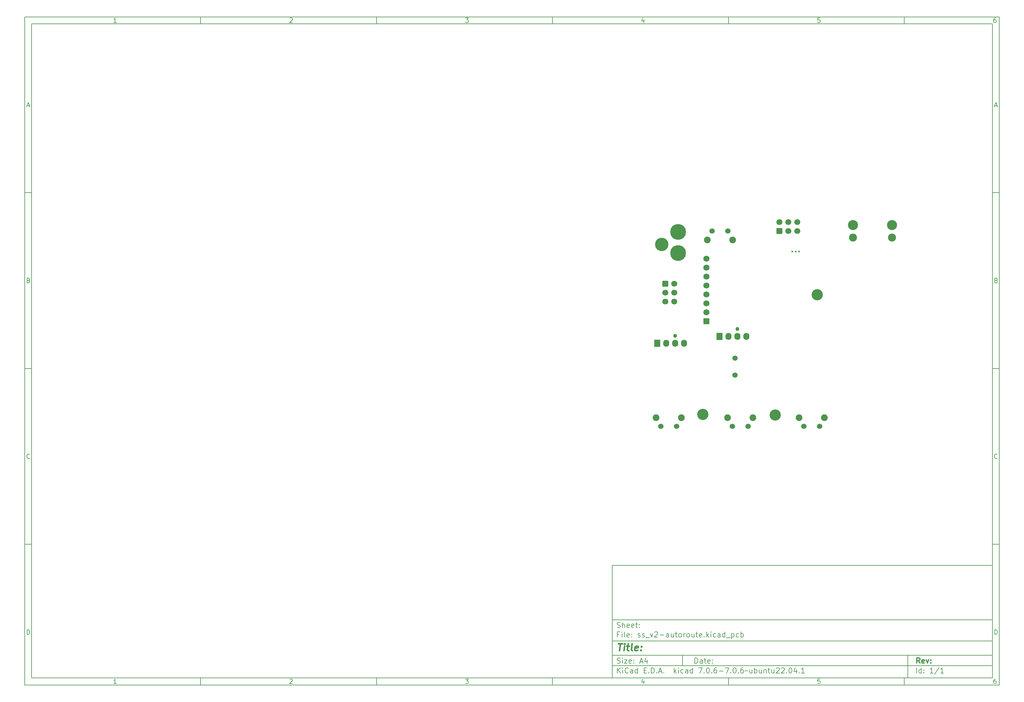
<source format=gbr>
%TF.GenerationSoftware,KiCad,Pcbnew,7.0.6-7.0.6~ubuntu22.04.1*%
%TF.CreationDate,2023-08-01T15:27:09+02:00*%
%TF.ProjectId,ss_v2-autoroute,73735f76-322d-4617-9574-6f726f757465,rev?*%
%TF.SameCoordinates,Original*%
%TF.FileFunction,Soldermask,Bot*%
%TF.FilePolarity,Negative*%
%FSLAX46Y46*%
G04 Gerber Fmt 4.6, Leading zero omitted, Abs format (unit mm)*
G04 Created by KiCad (PCBNEW 7.0.6-7.0.6~ubuntu22.04.1) date 2023-08-01 15:27:09*
%MOMM*%
%LPD*%
G01*
G04 APERTURE LIST*
G04 Aperture macros list*
%AMRoundRect*
0 Rectangle with rounded corners*
0 $1 Rounding radius*
0 $2 $3 $4 $5 $6 $7 $8 $9 X,Y pos of 4 corners*
0 Add a 4 corners polygon primitive as box body*
4,1,4,$2,$3,$4,$5,$6,$7,$8,$9,$2,$3,0*
0 Add four circle primitives for the rounded corners*
1,1,$1+$1,$2,$3*
1,1,$1+$1,$4,$5*
1,1,$1+$1,$6,$7*
1,1,$1+$1,$8,$9*
0 Add four rect primitives between the rounded corners*
20,1,$1+$1,$2,$3,$4,$5,0*
20,1,$1+$1,$4,$5,$6,$7,0*
20,1,$1+$1,$6,$7,$8,$9,0*
20,1,$1+$1,$8,$9,$2,$3,0*%
G04 Aperture macros list end*
%ADD10C,0.100000*%
%ADD11C,0.150000*%
%ADD12C,0.300000*%
%ADD13C,0.400000*%
%ADD14C,1.100000*%
%ADD15R,1.730000X2.030000*%
%ADD16O,1.730000X2.030000*%
%ADD17RoundRect,0.250000X-0.600000X-0.600000X0.600000X-0.600000X0.600000X0.600000X-0.600000X0.600000X0*%
%ADD18C,1.700000*%
%ADD19C,1.500000*%
%ADD20C,1.524000*%
%ADD21C,1.905000*%
%ADD22C,4.500000*%
%ADD23C,3.800000*%
%ADD24RoundRect,0.250000X0.600000X-0.600000X0.600000X0.600000X-0.600000X0.600000X-0.600000X-0.600000X0*%
%ADD25C,3.200000*%
%ADD26RoundRect,0.250000X0.620000X-0.620000X0.620000X0.620000X-0.620000X0.620000X-0.620000X-0.620000X0*%
%ADD27C,1.740000*%
%ADD28C,2.280000*%
%ADD29C,2.850000*%
%ADD30C,0.499999*%
G04 APERTURE END LIST*
D10*
D11*
X177002200Y-166007200D02*
X285002200Y-166007200D01*
X285002200Y-198007200D01*
X177002200Y-198007200D01*
X177002200Y-166007200D01*
D10*
D11*
X10000000Y-10000000D02*
X287002200Y-10000000D01*
X287002200Y-200007200D01*
X10000000Y-200007200D01*
X10000000Y-10000000D01*
D10*
D11*
X12000000Y-12000000D02*
X285002200Y-12000000D01*
X285002200Y-198007200D01*
X12000000Y-198007200D01*
X12000000Y-12000000D01*
D10*
D11*
X60000000Y-12000000D02*
X60000000Y-10000000D01*
D10*
D11*
X110000000Y-12000000D02*
X110000000Y-10000000D01*
D10*
D11*
X160000000Y-12000000D02*
X160000000Y-10000000D01*
D10*
D11*
X210000000Y-12000000D02*
X210000000Y-10000000D01*
D10*
D11*
X260000000Y-12000000D02*
X260000000Y-10000000D01*
D10*
D11*
X36089160Y-11593604D02*
X35346303Y-11593604D01*
X35717731Y-11593604D02*
X35717731Y-10293604D01*
X35717731Y-10293604D02*
X35593922Y-10479319D01*
X35593922Y-10479319D02*
X35470112Y-10603128D01*
X35470112Y-10603128D02*
X35346303Y-10665033D01*
D10*
D11*
X85346303Y-10417414D02*
X85408207Y-10355509D01*
X85408207Y-10355509D02*
X85532017Y-10293604D01*
X85532017Y-10293604D02*
X85841541Y-10293604D01*
X85841541Y-10293604D02*
X85965350Y-10355509D01*
X85965350Y-10355509D02*
X86027255Y-10417414D01*
X86027255Y-10417414D02*
X86089160Y-10541223D01*
X86089160Y-10541223D02*
X86089160Y-10665033D01*
X86089160Y-10665033D02*
X86027255Y-10850747D01*
X86027255Y-10850747D02*
X85284398Y-11593604D01*
X85284398Y-11593604D02*
X86089160Y-11593604D01*
D10*
D11*
X135284398Y-10293604D02*
X136089160Y-10293604D01*
X136089160Y-10293604D02*
X135655826Y-10788842D01*
X135655826Y-10788842D02*
X135841541Y-10788842D01*
X135841541Y-10788842D02*
X135965350Y-10850747D01*
X135965350Y-10850747D02*
X136027255Y-10912652D01*
X136027255Y-10912652D02*
X136089160Y-11036461D01*
X136089160Y-11036461D02*
X136089160Y-11345985D01*
X136089160Y-11345985D02*
X136027255Y-11469795D01*
X136027255Y-11469795D02*
X135965350Y-11531700D01*
X135965350Y-11531700D02*
X135841541Y-11593604D01*
X135841541Y-11593604D02*
X135470112Y-11593604D01*
X135470112Y-11593604D02*
X135346303Y-11531700D01*
X135346303Y-11531700D02*
X135284398Y-11469795D01*
D10*
D11*
X185965350Y-10726938D02*
X185965350Y-11593604D01*
X185655826Y-10231700D02*
X185346303Y-11160271D01*
X185346303Y-11160271D02*
X186151064Y-11160271D01*
D10*
D11*
X236027255Y-10293604D02*
X235408207Y-10293604D01*
X235408207Y-10293604D02*
X235346303Y-10912652D01*
X235346303Y-10912652D02*
X235408207Y-10850747D01*
X235408207Y-10850747D02*
X235532017Y-10788842D01*
X235532017Y-10788842D02*
X235841541Y-10788842D01*
X235841541Y-10788842D02*
X235965350Y-10850747D01*
X235965350Y-10850747D02*
X236027255Y-10912652D01*
X236027255Y-10912652D02*
X236089160Y-11036461D01*
X236089160Y-11036461D02*
X236089160Y-11345985D01*
X236089160Y-11345985D02*
X236027255Y-11469795D01*
X236027255Y-11469795D02*
X235965350Y-11531700D01*
X235965350Y-11531700D02*
X235841541Y-11593604D01*
X235841541Y-11593604D02*
X235532017Y-11593604D01*
X235532017Y-11593604D02*
X235408207Y-11531700D01*
X235408207Y-11531700D02*
X235346303Y-11469795D01*
D10*
D11*
X285965350Y-10293604D02*
X285717731Y-10293604D01*
X285717731Y-10293604D02*
X285593922Y-10355509D01*
X285593922Y-10355509D02*
X285532017Y-10417414D01*
X285532017Y-10417414D02*
X285408207Y-10603128D01*
X285408207Y-10603128D02*
X285346303Y-10850747D01*
X285346303Y-10850747D02*
X285346303Y-11345985D01*
X285346303Y-11345985D02*
X285408207Y-11469795D01*
X285408207Y-11469795D02*
X285470112Y-11531700D01*
X285470112Y-11531700D02*
X285593922Y-11593604D01*
X285593922Y-11593604D02*
X285841541Y-11593604D01*
X285841541Y-11593604D02*
X285965350Y-11531700D01*
X285965350Y-11531700D02*
X286027255Y-11469795D01*
X286027255Y-11469795D02*
X286089160Y-11345985D01*
X286089160Y-11345985D02*
X286089160Y-11036461D01*
X286089160Y-11036461D02*
X286027255Y-10912652D01*
X286027255Y-10912652D02*
X285965350Y-10850747D01*
X285965350Y-10850747D02*
X285841541Y-10788842D01*
X285841541Y-10788842D02*
X285593922Y-10788842D01*
X285593922Y-10788842D02*
X285470112Y-10850747D01*
X285470112Y-10850747D02*
X285408207Y-10912652D01*
X285408207Y-10912652D02*
X285346303Y-11036461D01*
D10*
D11*
X60000000Y-198007200D02*
X60000000Y-200007200D01*
D10*
D11*
X110000000Y-198007200D02*
X110000000Y-200007200D01*
D10*
D11*
X160000000Y-198007200D02*
X160000000Y-200007200D01*
D10*
D11*
X210000000Y-198007200D02*
X210000000Y-200007200D01*
D10*
D11*
X260000000Y-198007200D02*
X260000000Y-200007200D01*
D10*
D11*
X36089160Y-199600804D02*
X35346303Y-199600804D01*
X35717731Y-199600804D02*
X35717731Y-198300804D01*
X35717731Y-198300804D02*
X35593922Y-198486519D01*
X35593922Y-198486519D02*
X35470112Y-198610328D01*
X35470112Y-198610328D02*
X35346303Y-198672233D01*
D10*
D11*
X85346303Y-198424614D02*
X85408207Y-198362709D01*
X85408207Y-198362709D02*
X85532017Y-198300804D01*
X85532017Y-198300804D02*
X85841541Y-198300804D01*
X85841541Y-198300804D02*
X85965350Y-198362709D01*
X85965350Y-198362709D02*
X86027255Y-198424614D01*
X86027255Y-198424614D02*
X86089160Y-198548423D01*
X86089160Y-198548423D02*
X86089160Y-198672233D01*
X86089160Y-198672233D02*
X86027255Y-198857947D01*
X86027255Y-198857947D02*
X85284398Y-199600804D01*
X85284398Y-199600804D02*
X86089160Y-199600804D01*
D10*
D11*
X135284398Y-198300804D02*
X136089160Y-198300804D01*
X136089160Y-198300804D02*
X135655826Y-198796042D01*
X135655826Y-198796042D02*
X135841541Y-198796042D01*
X135841541Y-198796042D02*
X135965350Y-198857947D01*
X135965350Y-198857947D02*
X136027255Y-198919852D01*
X136027255Y-198919852D02*
X136089160Y-199043661D01*
X136089160Y-199043661D02*
X136089160Y-199353185D01*
X136089160Y-199353185D02*
X136027255Y-199476995D01*
X136027255Y-199476995D02*
X135965350Y-199538900D01*
X135965350Y-199538900D02*
X135841541Y-199600804D01*
X135841541Y-199600804D02*
X135470112Y-199600804D01*
X135470112Y-199600804D02*
X135346303Y-199538900D01*
X135346303Y-199538900D02*
X135284398Y-199476995D01*
D10*
D11*
X185965350Y-198734138D02*
X185965350Y-199600804D01*
X185655826Y-198238900D02*
X185346303Y-199167471D01*
X185346303Y-199167471D02*
X186151064Y-199167471D01*
D10*
D11*
X236027255Y-198300804D02*
X235408207Y-198300804D01*
X235408207Y-198300804D02*
X235346303Y-198919852D01*
X235346303Y-198919852D02*
X235408207Y-198857947D01*
X235408207Y-198857947D02*
X235532017Y-198796042D01*
X235532017Y-198796042D02*
X235841541Y-198796042D01*
X235841541Y-198796042D02*
X235965350Y-198857947D01*
X235965350Y-198857947D02*
X236027255Y-198919852D01*
X236027255Y-198919852D02*
X236089160Y-199043661D01*
X236089160Y-199043661D02*
X236089160Y-199353185D01*
X236089160Y-199353185D02*
X236027255Y-199476995D01*
X236027255Y-199476995D02*
X235965350Y-199538900D01*
X235965350Y-199538900D02*
X235841541Y-199600804D01*
X235841541Y-199600804D02*
X235532017Y-199600804D01*
X235532017Y-199600804D02*
X235408207Y-199538900D01*
X235408207Y-199538900D02*
X235346303Y-199476995D01*
D10*
D11*
X285965350Y-198300804D02*
X285717731Y-198300804D01*
X285717731Y-198300804D02*
X285593922Y-198362709D01*
X285593922Y-198362709D02*
X285532017Y-198424614D01*
X285532017Y-198424614D02*
X285408207Y-198610328D01*
X285408207Y-198610328D02*
X285346303Y-198857947D01*
X285346303Y-198857947D02*
X285346303Y-199353185D01*
X285346303Y-199353185D02*
X285408207Y-199476995D01*
X285408207Y-199476995D02*
X285470112Y-199538900D01*
X285470112Y-199538900D02*
X285593922Y-199600804D01*
X285593922Y-199600804D02*
X285841541Y-199600804D01*
X285841541Y-199600804D02*
X285965350Y-199538900D01*
X285965350Y-199538900D02*
X286027255Y-199476995D01*
X286027255Y-199476995D02*
X286089160Y-199353185D01*
X286089160Y-199353185D02*
X286089160Y-199043661D01*
X286089160Y-199043661D02*
X286027255Y-198919852D01*
X286027255Y-198919852D02*
X285965350Y-198857947D01*
X285965350Y-198857947D02*
X285841541Y-198796042D01*
X285841541Y-198796042D02*
X285593922Y-198796042D01*
X285593922Y-198796042D02*
X285470112Y-198857947D01*
X285470112Y-198857947D02*
X285408207Y-198919852D01*
X285408207Y-198919852D02*
X285346303Y-199043661D01*
D10*
D11*
X10000000Y-60000000D02*
X12000000Y-60000000D01*
D10*
D11*
X10000000Y-110000000D02*
X12000000Y-110000000D01*
D10*
D11*
X10000000Y-160000000D02*
X12000000Y-160000000D01*
D10*
D11*
X10690476Y-35222176D02*
X11309523Y-35222176D01*
X10566666Y-35593604D02*
X10999999Y-34293604D01*
X10999999Y-34293604D02*
X11433333Y-35593604D01*
D10*
D11*
X11092857Y-84912652D02*
X11278571Y-84974557D01*
X11278571Y-84974557D02*
X11340476Y-85036461D01*
X11340476Y-85036461D02*
X11402380Y-85160271D01*
X11402380Y-85160271D02*
X11402380Y-85345985D01*
X11402380Y-85345985D02*
X11340476Y-85469795D01*
X11340476Y-85469795D02*
X11278571Y-85531700D01*
X11278571Y-85531700D02*
X11154761Y-85593604D01*
X11154761Y-85593604D02*
X10659523Y-85593604D01*
X10659523Y-85593604D02*
X10659523Y-84293604D01*
X10659523Y-84293604D02*
X11092857Y-84293604D01*
X11092857Y-84293604D02*
X11216666Y-84355509D01*
X11216666Y-84355509D02*
X11278571Y-84417414D01*
X11278571Y-84417414D02*
X11340476Y-84541223D01*
X11340476Y-84541223D02*
X11340476Y-84665033D01*
X11340476Y-84665033D02*
X11278571Y-84788842D01*
X11278571Y-84788842D02*
X11216666Y-84850747D01*
X11216666Y-84850747D02*
X11092857Y-84912652D01*
X11092857Y-84912652D02*
X10659523Y-84912652D01*
D10*
D11*
X11402380Y-135469795D02*
X11340476Y-135531700D01*
X11340476Y-135531700D02*
X11154761Y-135593604D01*
X11154761Y-135593604D02*
X11030952Y-135593604D01*
X11030952Y-135593604D02*
X10845238Y-135531700D01*
X10845238Y-135531700D02*
X10721428Y-135407890D01*
X10721428Y-135407890D02*
X10659523Y-135284080D01*
X10659523Y-135284080D02*
X10597619Y-135036461D01*
X10597619Y-135036461D02*
X10597619Y-134850747D01*
X10597619Y-134850747D02*
X10659523Y-134603128D01*
X10659523Y-134603128D02*
X10721428Y-134479319D01*
X10721428Y-134479319D02*
X10845238Y-134355509D01*
X10845238Y-134355509D02*
X11030952Y-134293604D01*
X11030952Y-134293604D02*
X11154761Y-134293604D01*
X11154761Y-134293604D02*
X11340476Y-134355509D01*
X11340476Y-134355509D02*
X11402380Y-134417414D01*
D10*
D11*
X10659523Y-185593604D02*
X10659523Y-184293604D01*
X10659523Y-184293604D02*
X10969047Y-184293604D01*
X10969047Y-184293604D02*
X11154761Y-184355509D01*
X11154761Y-184355509D02*
X11278571Y-184479319D01*
X11278571Y-184479319D02*
X11340476Y-184603128D01*
X11340476Y-184603128D02*
X11402380Y-184850747D01*
X11402380Y-184850747D02*
X11402380Y-185036461D01*
X11402380Y-185036461D02*
X11340476Y-185284080D01*
X11340476Y-185284080D02*
X11278571Y-185407890D01*
X11278571Y-185407890D02*
X11154761Y-185531700D01*
X11154761Y-185531700D02*
X10969047Y-185593604D01*
X10969047Y-185593604D02*
X10659523Y-185593604D01*
D10*
D11*
X287002200Y-60000000D02*
X285002200Y-60000000D01*
D10*
D11*
X287002200Y-110000000D02*
X285002200Y-110000000D01*
D10*
D11*
X287002200Y-160000000D02*
X285002200Y-160000000D01*
D10*
D11*
X285692676Y-35222176D02*
X286311723Y-35222176D01*
X285568866Y-35593604D02*
X286002199Y-34293604D01*
X286002199Y-34293604D02*
X286435533Y-35593604D01*
D10*
D11*
X286095057Y-84912652D02*
X286280771Y-84974557D01*
X286280771Y-84974557D02*
X286342676Y-85036461D01*
X286342676Y-85036461D02*
X286404580Y-85160271D01*
X286404580Y-85160271D02*
X286404580Y-85345985D01*
X286404580Y-85345985D02*
X286342676Y-85469795D01*
X286342676Y-85469795D02*
X286280771Y-85531700D01*
X286280771Y-85531700D02*
X286156961Y-85593604D01*
X286156961Y-85593604D02*
X285661723Y-85593604D01*
X285661723Y-85593604D02*
X285661723Y-84293604D01*
X285661723Y-84293604D02*
X286095057Y-84293604D01*
X286095057Y-84293604D02*
X286218866Y-84355509D01*
X286218866Y-84355509D02*
X286280771Y-84417414D01*
X286280771Y-84417414D02*
X286342676Y-84541223D01*
X286342676Y-84541223D02*
X286342676Y-84665033D01*
X286342676Y-84665033D02*
X286280771Y-84788842D01*
X286280771Y-84788842D02*
X286218866Y-84850747D01*
X286218866Y-84850747D02*
X286095057Y-84912652D01*
X286095057Y-84912652D02*
X285661723Y-84912652D01*
D10*
D11*
X286404580Y-135469795D02*
X286342676Y-135531700D01*
X286342676Y-135531700D02*
X286156961Y-135593604D01*
X286156961Y-135593604D02*
X286033152Y-135593604D01*
X286033152Y-135593604D02*
X285847438Y-135531700D01*
X285847438Y-135531700D02*
X285723628Y-135407890D01*
X285723628Y-135407890D02*
X285661723Y-135284080D01*
X285661723Y-135284080D02*
X285599819Y-135036461D01*
X285599819Y-135036461D02*
X285599819Y-134850747D01*
X285599819Y-134850747D02*
X285661723Y-134603128D01*
X285661723Y-134603128D02*
X285723628Y-134479319D01*
X285723628Y-134479319D02*
X285847438Y-134355509D01*
X285847438Y-134355509D02*
X286033152Y-134293604D01*
X286033152Y-134293604D02*
X286156961Y-134293604D01*
X286156961Y-134293604D02*
X286342676Y-134355509D01*
X286342676Y-134355509D02*
X286404580Y-134417414D01*
D10*
D11*
X285661723Y-185593604D02*
X285661723Y-184293604D01*
X285661723Y-184293604D02*
X285971247Y-184293604D01*
X285971247Y-184293604D02*
X286156961Y-184355509D01*
X286156961Y-184355509D02*
X286280771Y-184479319D01*
X286280771Y-184479319D02*
X286342676Y-184603128D01*
X286342676Y-184603128D02*
X286404580Y-184850747D01*
X286404580Y-184850747D02*
X286404580Y-185036461D01*
X286404580Y-185036461D02*
X286342676Y-185284080D01*
X286342676Y-185284080D02*
X286280771Y-185407890D01*
X286280771Y-185407890D02*
X286156961Y-185531700D01*
X286156961Y-185531700D02*
X285971247Y-185593604D01*
X285971247Y-185593604D02*
X285661723Y-185593604D01*
D10*
D11*
X200458026Y-193793328D02*
X200458026Y-192293328D01*
X200458026Y-192293328D02*
X200815169Y-192293328D01*
X200815169Y-192293328D02*
X201029455Y-192364757D01*
X201029455Y-192364757D02*
X201172312Y-192507614D01*
X201172312Y-192507614D02*
X201243741Y-192650471D01*
X201243741Y-192650471D02*
X201315169Y-192936185D01*
X201315169Y-192936185D02*
X201315169Y-193150471D01*
X201315169Y-193150471D02*
X201243741Y-193436185D01*
X201243741Y-193436185D02*
X201172312Y-193579042D01*
X201172312Y-193579042D02*
X201029455Y-193721900D01*
X201029455Y-193721900D02*
X200815169Y-193793328D01*
X200815169Y-193793328D02*
X200458026Y-193793328D01*
X202600884Y-193793328D02*
X202600884Y-193007614D01*
X202600884Y-193007614D02*
X202529455Y-192864757D01*
X202529455Y-192864757D02*
X202386598Y-192793328D01*
X202386598Y-192793328D02*
X202100884Y-192793328D01*
X202100884Y-192793328D02*
X201958026Y-192864757D01*
X202600884Y-193721900D02*
X202458026Y-193793328D01*
X202458026Y-193793328D02*
X202100884Y-193793328D01*
X202100884Y-193793328D02*
X201958026Y-193721900D01*
X201958026Y-193721900D02*
X201886598Y-193579042D01*
X201886598Y-193579042D02*
X201886598Y-193436185D01*
X201886598Y-193436185D02*
X201958026Y-193293328D01*
X201958026Y-193293328D02*
X202100884Y-193221900D01*
X202100884Y-193221900D02*
X202458026Y-193221900D01*
X202458026Y-193221900D02*
X202600884Y-193150471D01*
X203100884Y-192793328D02*
X203672312Y-192793328D01*
X203315169Y-192293328D02*
X203315169Y-193579042D01*
X203315169Y-193579042D02*
X203386598Y-193721900D01*
X203386598Y-193721900D02*
X203529455Y-193793328D01*
X203529455Y-193793328D02*
X203672312Y-193793328D01*
X204743741Y-193721900D02*
X204600884Y-193793328D01*
X204600884Y-193793328D02*
X204315170Y-193793328D01*
X204315170Y-193793328D02*
X204172312Y-193721900D01*
X204172312Y-193721900D02*
X204100884Y-193579042D01*
X204100884Y-193579042D02*
X204100884Y-193007614D01*
X204100884Y-193007614D02*
X204172312Y-192864757D01*
X204172312Y-192864757D02*
X204315170Y-192793328D01*
X204315170Y-192793328D02*
X204600884Y-192793328D01*
X204600884Y-192793328D02*
X204743741Y-192864757D01*
X204743741Y-192864757D02*
X204815170Y-193007614D01*
X204815170Y-193007614D02*
X204815170Y-193150471D01*
X204815170Y-193150471D02*
X204100884Y-193293328D01*
X205458026Y-193650471D02*
X205529455Y-193721900D01*
X205529455Y-193721900D02*
X205458026Y-193793328D01*
X205458026Y-193793328D02*
X205386598Y-193721900D01*
X205386598Y-193721900D02*
X205458026Y-193650471D01*
X205458026Y-193650471D02*
X205458026Y-193793328D01*
X205458026Y-192864757D02*
X205529455Y-192936185D01*
X205529455Y-192936185D02*
X205458026Y-193007614D01*
X205458026Y-193007614D02*
X205386598Y-192936185D01*
X205386598Y-192936185D02*
X205458026Y-192864757D01*
X205458026Y-192864757D02*
X205458026Y-193007614D01*
D10*
D11*
X177002200Y-194507200D02*
X285002200Y-194507200D01*
D10*
D11*
X178458026Y-196593328D02*
X178458026Y-195093328D01*
X179315169Y-196593328D02*
X178672312Y-195736185D01*
X179315169Y-195093328D02*
X178458026Y-195950471D01*
X179958026Y-196593328D02*
X179958026Y-195593328D01*
X179958026Y-195093328D02*
X179886598Y-195164757D01*
X179886598Y-195164757D02*
X179958026Y-195236185D01*
X179958026Y-195236185D02*
X180029455Y-195164757D01*
X180029455Y-195164757D02*
X179958026Y-195093328D01*
X179958026Y-195093328D02*
X179958026Y-195236185D01*
X181529455Y-196450471D02*
X181458027Y-196521900D01*
X181458027Y-196521900D02*
X181243741Y-196593328D01*
X181243741Y-196593328D02*
X181100884Y-196593328D01*
X181100884Y-196593328D02*
X180886598Y-196521900D01*
X180886598Y-196521900D02*
X180743741Y-196379042D01*
X180743741Y-196379042D02*
X180672312Y-196236185D01*
X180672312Y-196236185D02*
X180600884Y-195950471D01*
X180600884Y-195950471D02*
X180600884Y-195736185D01*
X180600884Y-195736185D02*
X180672312Y-195450471D01*
X180672312Y-195450471D02*
X180743741Y-195307614D01*
X180743741Y-195307614D02*
X180886598Y-195164757D01*
X180886598Y-195164757D02*
X181100884Y-195093328D01*
X181100884Y-195093328D02*
X181243741Y-195093328D01*
X181243741Y-195093328D02*
X181458027Y-195164757D01*
X181458027Y-195164757D02*
X181529455Y-195236185D01*
X182815170Y-196593328D02*
X182815170Y-195807614D01*
X182815170Y-195807614D02*
X182743741Y-195664757D01*
X182743741Y-195664757D02*
X182600884Y-195593328D01*
X182600884Y-195593328D02*
X182315170Y-195593328D01*
X182315170Y-195593328D02*
X182172312Y-195664757D01*
X182815170Y-196521900D02*
X182672312Y-196593328D01*
X182672312Y-196593328D02*
X182315170Y-196593328D01*
X182315170Y-196593328D02*
X182172312Y-196521900D01*
X182172312Y-196521900D02*
X182100884Y-196379042D01*
X182100884Y-196379042D02*
X182100884Y-196236185D01*
X182100884Y-196236185D02*
X182172312Y-196093328D01*
X182172312Y-196093328D02*
X182315170Y-196021900D01*
X182315170Y-196021900D02*
X182672312Y-196021900D01*
X182672312Y-196021900D02*
X182815170Y-195950471D01*
X184172313Y-196593328D02*
X184172313Y-195093328D01*
X184172313Y-196521900D02*
X184029455Y-196593328D01*
X184029455Y-196593328D02*
X183743741Y-196593328D01*
X183743741Y-196593328D02*
X183600884Y-196521900D01*
X183600884Y-196521900D02*
X183529455Y-196450471D01*
X183529455Y-196450471D02*
X183458027Y-196307614D01*
X183458027Y-196307614D02*
X183458027Y-195879042D01*
X183458027Y-195879042D02*
X183529455Y-195736185D01*
X183529455Y-195736185D02*
X183600884Y-195664757D01*
X183600884Y-195664757D02*
X183743741Y-195593328D01*
X183743741Y-195593328D02*
X184029455Y-195593328D01*
X184029455Y-195593328D02*
X184172313Y-195664757D01*
X186029455Y-195807614D02*
X186529455Y-195807614D01*
X186743741Y-196593328D02*
X186029455Y-196593328D01*
X186029455Y-196593328D02*
X186029455Y-195093328D01*
X186029455Y-195093328D02*
X186743741Y-195093328D01*
X187386598Y-196450471D02*
X187458027Y-196521900D01*
X187458027Y-196521900D02*
X187386598Y-196593328D01*
X187386598Y-196593328D02*
X187315170Y-196521900D01*
X187315170Y-196521900D02*
X187386598Y-196450471D01*
X187386598Y-196450471D02*
X187386598Y-196593328D01*
X188100884Y-196593328D02*
X188100884Y-195093328D01*
X188100884Y-195093328D02*
X188458027Y-195093328D01*
X188458027Y-195093328D02*
X188672313Y-195164757D01*
X188672313Y-195164757D02*
X188815170Y-195307614D01*
X188815170Y-195307614D02*
X188886599Y-195450471D01*
X188886599Y-195450471D02*
X188958027Y-195736185D01*
X188958027Y-195736185D02*
X188958027Y-195950471D01*
X188958027Y-195950471D02*
X188886599Y-196236185D01*
X188886599Y-196236185D02*
X188815170Y-196379042D01*
X188815170Y-196379042D02*
X188672313Y-196521900D01*
X188672313Y-196521900D02*
X188458027Y-196593328D01*
X188458027Y-196593328D02*
X188100884Y-196593328D01*
X189600884Y-196450471D02*
X189672313Y-196521900D01*
X189672313Y-196521900D02*
X189600884Y-196593328D01*
X189600884Y-196593328D02*
X189529456Y-196521900D01*
X189529456Y-196521900D02*
X189600884Y-196450471D01*
X189600884Y-196450471D02*
X189600884Y-196593328D01*
X190243742Y-196164757D02*
X190958028Y-196164757D01*
X190100885Y-196593328D02*
X190600885Y-195093328D01*
X190600885Y-195093328D02*
X191100885Y-196593328D01*
X191600884Y-196450471D02*
X191672313Y-196521900D01*
X191672313Y-196521900D02*
X191600884Y-196593328D01*
X191600884Y-196593328D02*
X191529456Y-196521900D01*
X191529456Y-196521900D02*
X191600884Y-196450471D01*
X191600884Y-196450471D02*
X191600884Y-196593328D01*
X194600884Y-196593328D02*
X194600884Y-195093328D01*
X194743742Y-196021900D02*
X195172313Y-196593328D01*
X195172313Y-195593328D02*
X194600884Y-196164757D01*
X195815170Y-196593328D02*
X195815170Y-195593328D01*
X195815170Y-195093328D02*
X195743742Y-195164757D01*
X195743742Y-195164757D02*
X195815170Y-195236185D01*
X195815170Y-195236185D02*
X195886599Y-195164757D01*
X195886599Y-195164757D02*
X195815170Y-195093328D01*
X195815170Y-195093328D02*
X195815170Y-195236185D01*
X197172314Y-196521900D02*
X197029456Y-196593328D01*
X197029456Y-196593328D02*
X196743742Y-196593328D01*
X196743742Y-196593328D02*
X196600885Y-196521900D01*
X196600885Y-196521900D02*
X196529456Y-196450471D01*
X196529456Y-196450471D02*
X196458028Y-196307614D01*
X196458028Y-196307614D02*
X196458028Y-195879042D01*
X196458028Y-195879042D02*
X196529456Y-195736185D01*
X196529456Y-195736185D02*
X196600885Y-195664757D01*
X196600885Y-195664757D02*
X196743742Y-195593328D01*
X196743742Y-195593328D02*
X197029456Y-195593328D01*
X197029456Y-195593328D02*
X197172314Y-195664757D01*
X198458028Y-196593328D02*
X198458028Y-195807614D01*
X198458028Y-195807614D02*
X198386599Y-195664757D01*
X198386599Y-195664757D02*
X198243742Y-195593328D01*
X198243742Y-195593328D02*
X197958028Y-195593328D01*
X197958028Y-195593328D02*
X197815170Y-195664757D01*
X198458028Y-196521900D02*
X198315170Y-196593328D01*
X198315170Y-196593328D02*
X197958028Y-196593328D01*
X197958028Y-196593328D02*
X197815170Y-196521900D01*
X197815170Y-196521900D02*
X197743742Y-196379042D01*
X197743742Y-196379042D02*
X197743742Y-196236185D01*
X197743742Y-196236185D02*
X197815170Y-196093328D01*
X197815170Y-196093328D02*
X197958028Y-196021900D01*
X197958028Y-196021900D02*
X198315170Y-196021900D01*
X198315170Y-196021900D02*
X198458028Y-195950471D01*
X199815171Y-196593328D02*
X199815171Y-195093328D01*
X199815171Y-196521900D02*
X199672313Y-196593328D01*
X199672313Y-196593328D02*
X199386599Y-196593328D01*
X199386599Y-196593328D02*
X199243742Y-196521900D01*
X199243742Y-196521900D02*
X199172313Y-196450471D01*
X199172313Y-196450471D02*
X199100885Y-196307614D01*
X199100885Y-196307614D02*
X199100885Y-195879042D01*
X199100885Y-195879042D02*
X199172313Y-195736185D01*
X199172313Y-195736185D02*
X199243742Y-195664757D01*
X199243742Y-195664757D02*
X199386599Y-195593328D01*
X199386599Y-195593328D02*
X199672313Y-195593328D01*
X199672313Y-195593328D02*
X199815171Y-195664757D01*
X201529456Y-195093328D02*
X202529456Y-195093328D01*
X202529456Y-195093328D02*
X201886599Y-196593328D01*
X203100884Y-196450471D02*
X203172313Y-196521900D01*
X203172313Y-196521900D02*
X203100884Y-196593328D01*
X203100884Y-196593328D02*
X203029456Y-196521900D01*
X203029456Y-196521900D02*
X203100884Y-196450471D01*
X203100884Y-196450471D02*
X203100884Y-196593328D01*
X204100885Y-195093328D02*
X204243742Y-195093328D01*
X204243742Y-195093328D02*
X204386599Y-195164757D01*
X204386599Y-195164757D02*
X204458028Y-195236185D01*
X204458028Y-195236185D02*
X204529456Y-195379042D01*
X204529456Y-195379042D02*
X204600885Y-195664757D01*
X204600885Y-195664757D02*
X204600885Y-196021900D01*
X204600885Y-196021900D02*
X204529456Y-196307614D01*
X204529456Y-196307614D02*
X204458028Y-196450471D01*
X204458028Y-196450471D02*
X204386599Y-196521900D01*
X204386599Y-196521900D02*
X204243742Y-196593328D01*
X204243742Y-196593328D02*
X204100885Y-196593328D01*
X204100885Y-196593328D02*
X203958028Y-196521900D01*
X203958028Y-196521900D02*
X203886599Y-196450471D01*
X203886599Y-196450471D02*
X203815170Y-196307614D01*
X203815170Y-196307614D02*
X203743742Y-196021900D01*
X203743742Y-196021900D02*
X203743742Y-195664757D01*
X203743742Y-195664757D02*
X203815170Y-195379042D01*
X203815170Y-195379042D02*
X203886599Y-195236185D01*
X203886599Y-195236185D02*
X203958028Y-195164757D01*
X203958028Y-195164757D02*
X204100885Y-195093328D01*
X205243741Y-196450471D02*
X205315170Y-196521900D01*
X205315170Y-196521900D02*
X205243741Y-196593328D01*
X205243741Y-196593328D02*
X205172313Y-196521900D01*
X205172313Y-196521900D02*
X205243741Y-196450471D01*
X205243741Y-196450471D02*
X205243741Y-196593328D01*
X206600885Y-195093328D02*
X206315170Y-195093328D01*
X206315170Y-195093328D02*
X206172313Y-195164757D01*
X206172313Y-195164757D02*
X206100885Y-195236185D01*
X206100885Y-195236185D02*
X205958027Y-195450471D01*
X205958027Y-195450471D02*
X205886599Y-195736185D01*
X205886599Y-195736185D02*
X205886599Y-196307614D01*
X205886599Y-196307614D02*
X205958027Y-196450471D01*
X205958027Y-196450471D02*
X206029456Y-196521900D01*
X206029456Y-196521900D02*
X206172313Y-196593328D01*
X206172313Y-196593328D02*
X206458027Y-196593328D01*
X206458027Y-196593328D02*
X206600885Y-196521900D01*
X206600885Y-196521900D02*
X206672313Y-196450471D01*
X206672313Y-196450471D02*
X206743742Y-196307614D01*
X206743742Y-196307614D02*
X206743742Y-195950471D01*
X206743742Y-195950471D02*
X206672313Y-195807614D01*
X206672313Y-195807614D02*
X206600885Y-195736185D01*
X206600885Y-195736185D02*
X206458027Y-195664757D01*
X206458027Y-195664757D02*
X206172313Y-195664757D01*
X206172313Y-195664757D02*
X206029456Y-195736185D01*
X206029456Y-195736185D02*
X205958027Y-195807614D01*
X205958027Y-195807614D02*
X205886599Y-195950471D01*
X207386598Y-196021900D02*
X208529456Y-196021900D01*
X209100884Y-195093328D02*
X210100884Y-195093328D01*
X210100884Y-195093328D02*
X209458027Y-196593328D01*
X210672312Y-196450471D02*
X210743741Y-196521900D01*
X210743741Y-196521900D02*
X210672312Y-196593328D01*
X210672312Y-196593328D02*
X210600884Y-196521900D01*
X210600884Y-196521900D02*
X210672312Y-196450471D01*
X210672312Y-196450471D02*
X210672312Y-196593328D01*
X211672313Y-195093328D02*
X211815170Y-195093328D01*
X211815170Y-195093328D02*
X211958027Y-195164757D01*
X211958027Y-195164757D02*
X212029456Y-195236185D01*
X212029456Y-195236185D02*
X212100884Y-195379042D01*
X212100884Y-195379042D02*
X212172313Y-195664757D01*
X212172313Y-195664757D02*
X212172313Y-196021900D01*
X212172313Y-196021900D02*
X212100884Y-196307614D01*
X212100884Y-196307614D02*
X212029456Y-196450471D01*
X212029456Y-196450471D02*
X211958027Y-196521900D01*
X211958027Y-196521900D02*
X211815170Y-196593328D01*
X211815170Y-196593328D02*
X211672313Y-196593328D01*
X211672313Y-196593328D02*
X211529456Y-196521900D01*
X211529456Y-196521900D02*
X211458027Y-196450471D01*
X211458027Y-196450471D02*
X211386598Y-196307614D01*
X211386598Y-196307614D02*
X211315170Y-196021900D01*
X211315170Y-196021900D02*
X211315170Y-195664757D01*
X211315170Y-195664757D02*
X211386598Y-195379042D01*
X211386598Y-195379042D02*
X211458027Y-195236185D01*
X211458027Y-195236185D02*
X211529456Y-195164757D01*
X211529456Y-195164757D02*
X211672313Y-195093328D01*
X212815169Y-196450471D02*
X212886598Y-196521900D01*
X212886598Y-196521900D02*
X212815169Y-196593328D01*
X212815169Y-196593328D02*
X212743741Y-196521900D01*
X212743741Y-196521900D02*
X212815169Y-196450471D01*
X212815169Y-196450471D02*
X212815169Y-196593328D01*
X214172313Y-195093328D02*
X213886598Y-195093328D01*
X213886598Y-195093328D02*
X213743741Y-195164757D01*
X213743741Y-195164757D02*
X213672313Y-195236185D01*
X213672313Y-195236185D02*
X213529455Y-195450471D01*
X213529455Y-195450471D02*
X213458027Y-195736185D01*
X213458027Y-195736185D02*
X213458027Y-196307614D01*
X213458027Y-196307614D02*
X213529455Y-196450471D01*
X213529455Y-196450471D02*
X213600884Y-196521900D01*
X213600884Y-196521900D02*
X213743741Y-196593328D01*
X213743741Y-196593328D02*
X214029455Y-196593328D01*
X214029455Y-196593328D02*
X214172313Y-196521900D01*
X214172313Y-196521900D02*
X214243741Y-196450471D01*
X214243741Y-196450471D02*
X214315170Y-196307614D01*
X214315170Y-196307614D02*
X214315170Y-195950471D01*
X214315170Y-195950471D02*
X214243741Y-195807614D01*
X214243741Y-195807614D02*
X214172313Y-195736185D01*
X214172313Y-195736185D02*
X214029455Y-195664757D01*
X214029455Y-195664757D02*
X213743741Y-195664757D01*
X213743741Y-195664757D02*
X213600884Y-195736185D01*
X213600884Y-195736185D02*
X213529455Y-195807614D01*
X213529455Y-195807614D02*
X213458027Y-195950471D01*
X214743741Y-196021900D02*
X214815169Y-195950471D01*
X214815169Y-195950471D02*
X214958026Y-195879042D01*
X214958026Y-195879042D02*
X215243741Y-196021900D01*
X215243741Y-196021900D02*
X215386598Y-195950471D01*
X215386598Y-195950471D02*
X215458026Y-195879042D01*
X216672313Y-195593328D02*
X216672313Y-196593328D01*
X216029455Y-195593328D02*
X216029455Y-196379042D01*
X216029455Y-196379042D02*
X216100884Y-196521900D01*
X216100884Y-196521900D02*
X216243741Y-196593328D01*
X216243741Y-196593328D02*
X216458027Y-196593328D01*
X216458027Y-196593328D02*
X216600884Y-196521900D01*
X216600884Y-196521900D02*
X216672313Y-196450471D01*
X217386598Y-196593328D02*
X217386598Y-195093328D01*
X217386598Y-195664757D02*
X217529456Y-195593328D01*
X217529456Y-195593328D02*
X217815170Y-195593328D01*
X217815170Y-195593328D02*
X217958027Y-195664757D01*
X217958027Y-195664757D02*
X218029456Y-195736185D01*
X218029456Y-195736185D02*
X218100884Y-195879042D01*
X218100884Y-195879042D02*
X218100884Y-196307614D01*
X218100884Y-196307614D02*
X218029456Y-196450471D01*
X218029456Y-196450471D02*
X217958027Y-196521900D01*
X217958027Y-196521900D02*
X217815170Y-196593328D01*
X217815170Y-196593328D02*
X217529456Y-196593328D01*
X217529456Y-196593328D02*
X217386598Y-196521900D01*
X219386599Y-195593328D02*
X219386599Y-196593328D01*
X218743741Y-195593328D02*
X218743741Y-196379042D01*
X218743741Y-196379042D02*
X218815170Y-196521900D01*
X218815170Y-196521900D02*
X218958027Y-196593328D01*
X218958027Y-196593328D02*
X219172313Y-196593328D01*
X219172313Y-196593328D02*
X219315170Y-196521900D01*
X219315170Y-196521900D02*
X219386599Y-196450471D01*
X220100884Y-195593328D02*
X220100884Y-196593328D01*
X220100884Y-195736185D02*
X220172313Y-195664757D01*
X220172313Y-195664757D02*
X220315170Y-195593328D01*
X220315170Y-195593328D02*
X220529456Y-195593328D01*
X220529456Y-195593328D02*
X220672313Y-195664757D01*
X220672313Y-195664757D02*
X220743742Y-195807614D01*
X220743742Y-195807614D02*
X220743742Y-196593328D01*
X221243742Y-195593328D02*
X221815170Y-195593328D01*
X221458027Y-195093328D02*
X221458027Y-196379042D01*
X221458027Y-196379042D02*
X221529456Y-196521900D01*
X221529456Y-196521900D02*
X221672313Y-196593328D01*
X221672313Y-196593328D02*
X221815170Y-196593328D01*
X222958028Y-195593328D02*
X222958028Y-196593328D01*
X222315170Y-195593328D02*
X222315170Y-196379042D01*
X222315170Y-196379042D02*
X222386599Y-196521900D01*
X222386599Y-196521900D02*
X222529456Y-196593328D01*
X222529456Y-196593328D02*
X222743742Y-196593328D01*
X222743742Y-196593328D02*
X222886599Y-196521900D01*
X222886599Y-196521900D02*
X222958028Y-196450471D01*
X223600885Y-195236185D02*
X223672313Y-195164757D01*
X223672313Y-195164757D02*
X223815171Y-195093328D01*
X223815171Y-195093328D02*
X224172313Y-195093328D01*
X224172313Y-195093328D02*
X224315171Y-195164757D01*
X224315171Y-195164757D02*
X224386599Y-195236185D01*
X224386599Y-195236185D02*
X224458028Y-195379042D01*
X224458028Y-195379042D02*
X224458028Y-195521900D01*
X224458028Y-195521900D02*
X224386599Y-195736185D01*
X224386599Y-195736185D02*
X223529456Y-196593328D01*
X223529456Y-196593328D02*
X224458028Y-196593328D01*
X225029456Y-195236185D02*
X225100884Y-195164757D01*
X225100884Y-195164757D02*
X225243742Y-195093328D01*
X225243742Y-195093328D02*
X225600884Y-195093328D01*
X225600884Y-195093328D02*
X225743742Y-195164757D01*
X225743742Y-195164757D02*
X225815170Y-195236185D01*
X225815170Y-195236185D02*
X225886599Y-195379042D01*
X225886599Y-195379042D02*
X225886599Y-195521900D01*
X225886599Y-195521900D02*
X225815170Y-195736185D01*
X225815170Y-195736185D02*
X224958027Y-196593328D01*
X224958027Y-196593328D02*
X225886599Y-196593328D01*
X226529455Y-196450471D02*
X226600884Y-196521900D01*
X226600884Y-196521900D02*
X226529455Y-196593328D01*
X226529455Y-196593328D02*
X226458027Y-196521900D01*
X226458027Y-196521900D02*
X226529455Y-196450471D01*
X226529455Y-196450471D02*
X226529455Y-196593328D01*
X227529456Y-195093328D02*
X227672313Y-195093328D01*
X227672313Y-195093328D02*
X227815170Y-195164757D01*
X227815170Y-195164757D02*
X227886599Y-195236185D01*
X227886599Y-195236185D02*
X227958027Y-195379042D01*
X227958027Y-195379042D02*
X228029456Y-195664757D01*
X228029456Y-195664757D02*
X228029456Y-196021900D01*
X228029456Y-196021900D02*
X227958027Y-196307614D01*
X227958027Y-196307614D02*
X227886599Y-196450471D01*
X227886599Y-196450471D02*
X227815170Y-196521900D01*
X227815170Y-196521900D02*
X227672313Y-196593328D01*
X227672313Y-196593328D02*
X227529456Y-196593328D01*
X227529456Y-196593328D02*
X227386599Y-196521900D01*
X227386599Y-196521900D02*
X227315170Y-196450471D01*
X227315170Y-196450471D02*
X227243741Y-196307614D01*
X227243741Y-196307614D02*
X227172313Y-196021900D01*
X227172313Y-196021900D02*
X227172313Y-195664757D01*
X227172313Y-195664757D02*
X227243741Y-195379042D01*
X227243741Y-195379042D02*
X227315170Y-195236185D01*
X227315170Y-195236185D02*
X227386599Y-195164757D01*
X227386599Y-195164757D02*
X227529456Y-195093328D01*
X229315170Y-195593328D02*
X229315170Y-196593328D01*
X228958027Y-195021900D02*
X228600884Y-196093328D01*
X228600884Y-196093328D02*
X229529455Y-196093328D01*
X230100883Y-196450471D02*
X230172312Y-196521900D01*
X230172312Y-196521900D02*
X230100883Y-196593328D01*
X230100883Y-196593328D02*
X230029455Y-196521900D01*
X230029455Y-196521900D02*
X230100883Y-196450471D01*
X230100883Y-196450471D02*
X230100883Y-196593328D01*
X231600884Y-196593328D02*
X230743741Y-196593328D01*
X231172312Y-196593328D02*
X231172312Y-195093328D01*
X231172312Y-195093328D02*
X231029455Y-195307614D01*
X231029455Y-195307614D02*
X230886598Y-195450471D01*
X230886598Y-195450471D02*
X230743741Y-195521900D01*
D10*
D11*
X177002200Y-191507200D02*
X285002200Y-191507200D01*
D10*
D12*
X264413853Y-193785528D02*
X263913853Y-193071242D01*
X263556710Y-193785528D02*
X263556710Y-192285528D01*
X263556710Y-192285528D02*
X264128139Y-192285528D01*
X264128139Y-192285528D02*
X264270996Y-192356957D01*
X264270996Y-192356957D02*
X264342425Y-192428385D01*
X264342425Y-192428385D02*
X264413853Y-192571242D01*
X264413853Y-192571242D02*
X264413853Y-192785528D01*
X264413853Y-192785528D02*
X264342425Y-192928385D01*
X264342425Y-192928385D02*
X264270996Y-192999814D01*
X264270996Y-192999814D02*
X264128139Y-193071242D01*
X264128139Y-193071242D02*
X263556710Y-193071242D01*
X265628139Y-193714100D02*
X265485282Y-193785528D01*
X265485282Y-193785528D02*
X265199568Y-193785528D01*
X265199568Y-193785528D02*
X265056710Y-193714100D01*
X265056710Y-193714100D02*
X264985282Y-193571242D01*
X264985282Y-193571242D02*
X264985282Y-192999814D01*
X264985282Y-192999814D02*
X265056710Y-192856957D01*
X265056710Y-192856957D02*
X265199568Y-192785528D01*
X265199568Y-192785528D02*
X265485282Y-192785528D01*
X265485282Y-192785528D02*
X265628139Y-192856957D01*
X265628139Y-192856957D02*
X265699568Y-192999814D01*
X265699568Y-192999814D02*
X265699568Y-193142671D01*
X265699568Y-193142671D02*
X264985282Y-193285528D01*
X266199567Y-192785528D02*
X266556710Y-193785528D01*
X266556710Y-193785528D02*
X266913853Y-192785528D01*
X267485281Y-193642671D02*
X267556710Y-193714100D01*
X267556710Y-193714100D02*
X267485281Y-193785528D01*
X267485281Y-193785528D02*
X267413853Y-193714100D01*
X267413853Y-193714100D02*
X267485281Y-193642671D01*
X267485281Y-193642671D02*
X267485281Y-193785528D01*
X267485281Y-192856957D02*
X267556710Y-192928385D01*
X267556710Y-192928385D02*
X267485281Y-192999814D01*
X267485281Y-192999814D02*
X267413853Y-192928385D01*
X267413853Y-192928385D02*
X267485281Y-192856957D01*
X267485281Y-192856957D02*
X267485281Y-192999814D01*
D10*
D11*
X178386598Y-193721900D02*
X178600884Y-193793328D01*
X178600884Y-193793328D02*
X178958026Y-193793328D01*
X178958026Y-193793328D02*
X179100884Y-193721900D01*
X179100884Y-193721900D02*
X179172312Y-193650471D01*
X179172312Y-193650471D02*
X179243741Y-193507614D01*
X179243741Y-193507614D02*
X179243741Y-193364757D01*
X179243741Y-193364757D02*
X179172312Y-193221900D01*
X179172312Y-193221900D02*
X179100884Y-193150471D01*
X179100884Y-193150471D02*
X178958026Y-193079042D01*
X178958026Y-193079042D02*
X178672312Y-193007614D01*
X178672312Y-193007614D02*
X178529455Y-192936185D01*
X178529455Y-192936185D02*
X178458026Y-192864757D01*
X178458026Y-192864757D02*
X178386598Y-192721900D01*
X178386598Y-192721900D02*
X178386598Y-192579042D01*
X178386598Y-192579042D02*
X178458026Y-192436185D01*
X178458026Y-192436185D02*
X178529455Y-192364757D01*
X178529455Y-192364757D02*
X178672312Y-192293328D01*
X178672312Y-192293328D02*
X179029455Y-192293328D01*
X179029455Y-192293328D02*
X179243741Y-192364757D01*
X179886597Y-193793328D02*
X179886597Y-192793328D01*
X179886597Y-192293328D02*
X179815169Y-192364757D01*
X179815169Y-192364757D02*
X179886597Y-192436185D01*
X179886597Y-192436185D02*
X179958026Y-192364757D01*
X179958026Y-192364757D02*
X179886597Y-192293328D01*
X179886597Y-192293328D02*
X179886597Y-192436185D01*
X180458026Y-192793328D02*
X181243741Y-192793328D01*
X181243741Y-192793328D02*
X180458026Y-193793328D01*
X180458026Y-193793328D02*
X181243741Y-193793328D01*
X182386598Y-193721900D02*
X182243741Y-193793328D01*
X182243741Y-193793328D02*
X181958027Y-193793328D01*
X181958027Y-193793328D02*
X181815169Y-193721900D01*
X181815169Y-193721900D02*
X181743741Y-193579042D01*
X181743741Y-193579042D02*
X181743741Y-193007614D01*
X181743741Y-193007614D02*
X181815169Y-192864757D01*
X181815169Y-192864757D02*
X181958027Y-192793328D01*
X181958027Y-192793328D02*
X182243741Y-192793328D01*
X182243741Y-192793328D02*
X182386598Y-192864757D01*
X182386598Y-192864757D02*
X182458027Y-193007614D01*
X182458027Y-193007614D02*
X182458027Y-193150471D01*
X182458027Y-193150471D02*
X181743741Y-193293328D01*
X183100883Y-193650471D02*
X183172312Y-193721900D01*
X183172312Y-193721900D02*
X183100883Y-193793328D01*
X183100883Y-193793328D02*
X183029455Y-193721900D01*
X183029455Y-193721900D02*
X183100883Y-193650471D01*
X183100883Y-193650471D02*
X183100883Y-193793328D01*
X183100883Y-192864757D02*
X183172312Y-192936185D01*
X183172312Y-192936185D02*
X183100883Y-193007614D01*
X183100883Y-193007614D02*
X183029455Y-192936185D01*
X183029455Y-192936185D02*
X183100883Y-192864757D01*
X183100883Y-192864757D02*
X183100883Y-193007614D01*
X184886598Y-193364757D02*
X185600884Y-193364757D01*
X184743741Y-193793328D02*
X185243741Y-192293328D01*
X185243741Y-192293328D02*
X185743741Y-193793328D01*
X186886598Y-192793328D02*
X186886598Y-193793328D01*
X186529455Y-192221900D02*
X186172312Y-193293328D01*
X186172312Y-193293328D02*
X187100883Y-193293328D01*
D10*
D11*
X263458026Y-196593328D02*
X263458026Y-195093328D01*
X264815170Y-196593328D02*
X264815170Y-195093328D01*
X264815170Y-196521900D02*
X264672312Y-196593328D01*
X264672312Y-196593328D02*
X264386598Y-196593328D01*
X264386598Y-196593328D02*
X264243741Y-196521900D01*
X264243741Y-196521900D02*
X264172312Y-196450471D01*
X264172312Y-196450471D02*
X264100884Y-196307614D01*
X264100884Y-196307614D02*
X264100884Y-195879042D01*
X264100884Y-195879042D02*
X264172312Y-195736185D01*
X264172312Y-195736185D02*
X264243741Y-195664757D01*
X264243741Y-195664757D02*
X264386598Y-195593328D01*
X264386598Y-195593328D02*
X264672312Y-195593328D01*
X264672312Y-195593328D02*
X264815170Y-195664757D01*
X265529455Y-196450471D02*
X265600884Y-196521900D01*
X265600884Y-196521900D02*
X265529455Y-196593328D01*
X265529455Y-196593328D02*
X265458027Y-196521900D01*
X265458027Y-196521900D02*
X265529455Y-196450471D01*
X265529455Y-196450471D02*
X265529455Y-196593328D01*
X265529455Y-195664757D02*
X265600884Y-195736185D01*
X265600884Y-195736185D02*
X265529455Y-195807614D01*
X265529455Y-195807614D02*
X265458027Y-195736185D01*
X265458027Y-195736185D02*
X265529455Y-195664757D01*
X265529455Y-195664757D02*
X265529455Y-195807614D01*
X268172313Y-196593328D02*
X267315170Y-196593328D01*
X267743741Y-196593328D02*
X267743741Y-195093328D01*
X267743741Y-195093328D02*
X267600884Y-195307614D01*
X267600884Y-195307614D02*
X267458027Y-195450471D01*
X267458027Y-195450471D02*
X267315170Y-195521900D01*
X269886598Y-195021900D02*
X268600884Y-196950471D01*
X271172313Y-196593328D02*
X270315170Y-196593328D01*
X270743741Y-196593328D02*
X270743741Y-195093328D01*
X270743741Y-195093328D02*
X270600884Y-195307614D01*
X270600884Y-195307614D02*
X270458027Y-195450471D01*
X270458027Y-195450471D02*
X270315170Y-195521900D01*
D10*
D11*
X177002200Y-187507200D02*
X285002200Y-187507200D01*
D10*
D13*
X178693928Y-188211638D02*
X179836785Y-188211638D01*
X179015357Y-190211638D02*
X179265357Y-188211638D01*
X180253452Y-190211638D02*
X180420119Y-188878304D01*
X180503452Y-188211638D02*
X180396309Y-188306876D01*
X180396309Y-188306876D02*
X180479643Y-188402114D01*
X180479643Y-188402114D02*
X180586786Y-188306876D01*
X180586786Y-188306876D02*
X180503452Y-188211638D01*
X180503452Y-188211638D02*
X180479643Y-188402114D01*
X181086786Y-188878304D02*
X181848690Y-188878304D01*
X181455833Y-188211638D02*
X181241548Y-189925923D01*
X181241548Y-189925923D02*
X181312976Y-190116400D01*
X181312976Y-190116400D02*
X181491548Y-190211638D01*
X181491548Y-190211638D02*
X181682024Y-190211638D01*
X182634405Y-190211638D02*
X182455833Y-190116400D01*
X182455833Y-190116400D02*
X182384405Y-189925923D01*
X182384405Y-189925923D02*
X182598690Y-188211638D01*
X184170119Y-190116400D02*
X183967738Y-190211638D01*
X183967738Y-190211638D02*
X183586785Y-190211638D01*
X183586785Y-190211638D02*
X183408214Y-190116400D01*
X183408214Y-190116400D02*
X183336785Y-189925923D01*
X183336785Y-189925923D02*
X183432024Y-189164019D01*
X183432024Y-189164019D02*
X183551071Y-188973542D01*
X183551071Y-188973542D02*
X183753452Y-188878304D01*
X183753452Y-188878304D02*
X184134404Y-188878304D01*
X184134404Y-188878304D02*
X184312976Y-188973542D01*
X184312976Y-188973542D02*
X184384404Y-189164019D01*
X184384404Y-189164019D02*
X184360595Y-189354495D01*
X184360595Y-189354495D02*
X183384404Y-189544971D01*
X185134405Y-190021161D02*
X185217738Y-190116400D01*
X185217738Y-190116400D02*
X185110595Y-190211638D01*
X185110595Y-190211638D02*
X185027262Y-190116400D01*
X185027262Y-190116400D02*
X185134405Y-190021161D01*
X185134405Y-190021161D02*
X185110595Y-190211638D01*
X185265357Y-188973542D02*
X185348690Y-189068780D01*
X185348690Y-189068780D02*
X185241548Y-189164019D01*
X185241548Y-189164019D02*
X185158214Y-189068780D01*
X185158214Y-189068780D02*
X185265357Y-188973542D01*
X185265357Y-188973542D02*
X185241548Y-189164019D01*
D10*
D11*
X178958026Y-185607614D02*
X178458026Y-185607614D01*
X178458026Y-186393328D02*
X178458026Y-184893328D01*
X178458026Y-184893328D02*
X179172312Y-184893328D01*
X179743740Y-186393328D02*
X179743740Y-185393328D01*
X179743740Y-184893328D02*
X179672312Y-184964757D01*
X179672312Y-184964757D02*
X179743740Y-185036185D01*
X179743740Y-185036185D02*
X179815169Y-184964757D01*
X179815169Y-184964757D02*
X179743740Y-184893328D01*
X179743740Y-184893328D02*
X179743740Y-185036185D01*
X180672312Y-186393328D02*
X180529455Y-186321900D01*
X180529455Y-186321900D02*
X180458026Y-186179042D01*
X180458026Y-186179042D02*
X180458026Y-184893328D01*
X181815169Y-186321900D02*
X181672312Y-186393328D01*
X181672312Y-186393328D02*
X181386598Y-186393328D01*
X181386598Y-186393328D02*
X181243740Y-186321900D01*
X181243740Y-186321900D02*
X181172312Y-186179042D01*
X181172312Y-186179042D02*
X181172312Y-185607614D01*
X181172312Y-185607614D02*
X181243740Y-185464757D01*
X181243740Y-185464757D02*
X181386598Y-185393328D01*
X181386598Y-185393328D02*
X181672312Y-185393328D01*
X181672312Y-185393328D02*
X181815169Y-185464757D01*
X181815169Y-185464757D02*
X181886598Y-185607614D01*
X181886598Y-185607614D02*
X181886598Y-185750471D01*
X181886598Y-185750471D02*
X181172312Y-185893328D01*
X182529454Y-186250471D02*
X182600883Y-186321900D01*
X182600883Y-186321900D02*
X182529454Y-186393328D01*
X182529454Y-186393328D02*
X182458026Y-186321900D01*
X182458026Y-186321900D02*
X182529454Y-186250471D01*
X182529454Y-186250471D02*
X182529454Y-186393328D01*
X182529454Y-185464757D02*
X182600883Y-185536185D01*
X182600883Y-185536185D02*
X182529454Y-185607614D01*
X182529454Y-185607614D02*
X182458026Y-185536185D01*
X182458026Y-185536185D02*
X182529454Y-185464757D01*
X182529454Y-185464757D02*
X182529454Y-185607614D01*
X184315169Y-186321900D02*
X184458026Y-186393328D01*
X184458026Y-186393328D02*
X184743740Y-186393328D01*
X184743740Y-186393328D02*
X184886597Y-186321900D01*
X184886597Y-186321900D02*
X184958026Y-186179042D01*
X184958026Y-186179042D02*
X184958026Y-186107614D01*
X184958026Y-186107614D02*
X184886597Y-185964757D01*
X184886597Y-185964757D02*
X184743740Y-185893328D01*
X184743740Y-185893328D02*
X184529455Y-185893328D01*
X184529455Y-185893328D02*
X184386597Y-185821900D01*
X184386597Y-185821900D02*
X184315169Y-185679042D01*
X184315169Y-185679042D02*
X184315169Y-185607614D01*
X184315169Y-185607614D02*
X184386597Y-185464757D01*
X184386597Y-185464757D02*
X184529455Y-185393328D01*
X184529455Y-185393328D02*
X184743740Y-185393328D01*
X184743740Y-185393328D02*
X184886597Y-185464757D01*
X185529455Y-186321900D02*
X185672312Y-186393328D01*
X185672312Y-186393328D02*
X185958026Y-186393328D01*
X185958026Y-186393328D02*
X186100883Y-186321900D01*
X186100883Y-186321900D02*
X186172312Y-186179042D01*
X186172312Y-186179042D02*
X186172312Y-186107614D01*
X186172312Y-186107614D02*
X186100883Y-185964757D01*
X186100883Y-185964757D02*
X185958026Y-185893328D01*
X185958026Y-185893328D02*
X185743741Y-185893328D01*
X185743741Y-185893328D02*
X185600883Y-185821900D01*
X185600883Y-185821900D02*
X185529455Y-185679042D01*
X185529455Y-185679042D02*
X185529455Y-185607614D01*
X185529455Y-185607614D02*
X185600883Y-185464757D01*
X185600883Y-185464757D02*
X185743741Y-185393328D01*
X185743741Y-185393328D02*
X185958026Y-185393328D01*
X185958026Y-185393328D02*
X186100883Y-185464757D01*
X186458027Y-186536185D02*
X187600884Y-186536185D01*
X187815169Y-185393328D02*
X188172312Y-186393328D01*
X188172312Y-186393328D02*
X188529455Y-185393328D01*
X189029455Y-185036185D02*
X189100883Y-184964757D01*
X189100883Y-184964757D02*
X189243741Y-184893328D01*
X189243741Y-184893328D02*
X189600883Y-184893328D01*
X189600883Y-184893328D02*
X189743741Y-184964757D01*
X189743741Y-184964757D02*
X189815169Y-185036185D01*
X189815169Y-185036185D02*
X189886598Y-185179042D01*
X189886598Y-185179042D02*
X189886598Y-185321900D01*
X189886598Y-185321900D02*
X189815169Y-185536185D01*
X189815169Y-185536185D02*
X188958026Y-186393328D01*
X188958026Y-186393328D02*
X189886598Y-186393328D01*
X190529454Y-185821900D02*
X191672312Y-185821900D01*
X193029455Y-186393328D02*
X193029455Y-185607614D01*
X193029455Y-185607614D02*
X192958026Y-185464757D01*
X192958026Y-185464757D02*
X192815169Y-185393328D01*
X192815169Y-185393328D02*
X192529455Y-185393328D01*
X192529455Y-185393328D02*
X192386597Y-185464757D01*
X193029455Y-186321900D02*
X192886597Y-186393328D01*
X192886597Y-186393328D02*
X192529455Y-186393328D01*
X192529455Y-186393328D02*
X192386597Y-186321900D01*
X192386597Y-186321900D02*
X192315169Y-186179042D01*
X192315169Y-186179042D02*
X192315169Y-186036185D01*
X192315169Y-186036185D02*
X192386597Y-185893328D01*
X192386597Y-185893328D02*
X192529455Y-185821900D01*
X192529455Y-185821900D02*
X192886597Y-185821900D01*
X192886597Y-185821900D02*
X193029455Y-185750471D01*
X194386598Y-185393328D02*
X194386598Y-186393328D01*
X193743740Y-185393328D02*
X193743740Y-186179042D01*
X193743740Y-186179042D02*
X193815169Y-186321900D01*
X193815169Y-186321900D02*
X193958026Y-186393328D01*
X193958026Y-186393328D02*
X194172312Y-186393328D01*
X194172312Y-186393328D02*
X194315169Y-186321900D01*
X194315169Y-186321900D02*
X194386598Y-186250471D01*
X194886598Y-185393328D02*
X195458026Y-185393328D01*
X195100883Y-184893328D02*
X195100883Y-186179042D01*
X195100883Y-186179042D02*
X195172312Y-186321900D01*
X195172312Y-186321900D02*
X195315169Y-186393328D01*
X195315169Y-186393328D02*
X195458026Y-186393328D01*
X196172312Y-186393328D02*
X196029455Y-186321900D01*
X196029455Y-186321900D02*
X195958026Y-186250471D01*
X195958026Y-186250471D02*
X195886598Y-186107614D01*
X195886598Y-186107614D02*
X195886598Y-185679042D01*
X195886598Y-185679042D02*
X195958026Y-185536185D01*
X195958026Y-185536185D02*
X196029455Y-185464757D01*
X196029455Y-185464757D02*
X196172312Y-185393328D01*
X196172312Y-185393328D02*
X196386598Y-185393328D01*
X196386598Y-185393328D02*
X196529455Y-185464757D01*
X196529455Y-185464757D02*
X196600884Y-185536185D01*
X196600884Y-185536185D02*
X196672312Y-185679042D01*
X196672312Y-185679042D02*
X196672312Y-186107614D01*
X196672312Y-186107614D02*
X196600884Y-186250471D01*
X196600884Y-186250471D02*
X196529455Y-186321900D01*
X196529455Y-186321900D02*
X196386598Y-186393328D01*
X196386598Y-186393328D02*
X196172312Y-186393328D01*
X197315169Y-186393328D02*
X197315169Y-185393328D01*
X197315169Y-185679042D02*
X197386598Y-185536185D01*
X197386598Y-185536185D02*
X197458027Y-185464757D01*
X197458027Y-185464757D02*
X197600884Y-185393328D01*
X197600884Y-185393328D02*
X197743741Y-185393328D01*
X198458026Y-186393328D02*
X198315169Y-186321900D01*
X198315169Y-186321900D02*
X198243740Y-186250471D01*
X198243740Y-186250471D02*
X198172312Y-186107614D01*
X198172312Y-186107614D02*
X198172312Y-185679042D01*
X198172312Y-185679042D02*
X198243740Y-185536185D01*
X198243740Y-185536185D02*
X198315169Y-185464757D01*
X198315169Y-185464757D02*
X198458026Y-185393328D01*
X198458026Y-185393328D02*
X198672312Y-185393328D01*
X198672312Y-185393328D02*
X198815169Y-185464757D01*
X198815169Y-185464757D02*
X198886598Y-185536185D01*
X198886598Y-185536185D02*
X198958026Y-185679042D01*
X198958026Y-185679042D02*
X198958026Y-186107614D01*
X198958026Y-186107614D02*
X198886598Y-186250471D01*
X198886598Y-186250471D02*
X198815169Y-186321900D01*
X198815169Y-186321900D02*
X198672312Y-186393328D01*
X198672312Y-186393328D02*
X198458026Y-186393328D01*
X200243741Y-185393328D02*
X200243741Y-186393328D01*
X199600883Y-185393328D02*
X199600883Y-186179042D01*
X199600883Y-186179042D02*
X199672312Y-186321900D01*
X199672312Y-186321900D02*
X199815169Y-186393328D01*
X199815169Y-186393328D02*
X200029455Y-186393328D01*
X200029455Y-186393328D02*
X200172312Y-186321900D01*
X200172312Y-186321900D02*
X200243741Y-186250471D01*
X200743741Y-185393328D02*
X201315169Y-185393328D01*
X200958026Y-184893328D02*
X200958026Y-186179042D01*
X200958026Y-186179042D02*
X201029455Y-186321900D01*
X201029455Y-186321900D02*
X201172312Y-186393328D01*
X201172312Y-186393328D02*
X201315169Y-186393328D01*
X202386598Y-186321900D02*
X202243741Y-186393328D01*
X202243741Y-186393328D02*
X201958027Y-186393328D01*
X201958027Y-186393328D02*
X201815169Y-186321900D01*
X201815169Y-186321900D02*
X201743741Y-186179042D01*
X201743741Y-186179042D02*
X201743741Y-185607614D01*
X201743741Y-185607614D02*
X201815169Y-185464757D01*
X201815169Y-185464757D02*
X201958027Y-185393328D01*
X201958027Y-185393328D02*
X202243741Y-185393328D01*
X202243741Y-185393328D02*
X202386598Y-185464757D01*
X202386598Y-185464757D02*
X202458027Y-185607614D01*
X202458027Y-185607614D02*
X202458027Y-185750471D01*
X202458027Y-185750471D02*
X201743741Y-185893328D01*
X203100883Y-186250471D02*
X203172312Y-186321900D01*
X203172312Y-186321900D02*
X203100883Y-186393328D01*
X203100883Y-186393328D02*
X203029455Y-186321900D01*
X203029455Y-186321900D02*
X203100883Y-186250471D01*
X203100883Y-186250471D02*
X203100883Y-186393328D01*
X203815169Y-186393328D02*
X203815169Y-184893328D01*
X203958027Y-185821900D02*
X204386598Y-186393328D01*
X204386598Y-185393328D02*
X203815169Y-185964757D01*
X205029455Y-186393328D02*
X205029455Y-185393328D01*
X205029455Y-184893328D02*
X204958027Y-184964757D01*
X204958027Y-184964757D02*
X205029455Y-185036185D01*
X205029455Y-185036185D02*
X205100884Y-184964757D01*
X205100884Y-184964757D02*
X205029455Y-184893328D01*
X205029455Y-184893328D02*
X205029455Y-185036185D01*
X206386599Y-186321900D02*
X206243741Y-186393328D01*
X206243741Y-186393328D02*
X205958027Y-186393328D01*
X205958027Y-186393328D02*
X205815170Y-186321900D01*
X205815170Y-186321900D02*
X205743741Y-186250471D01*
X205743741Y-186250471D02*
X205672313Y-186107614D01*
X205672313Y-186107614D02*
X205672313Y-185679042D01*
X205672313Y-185679042D02*
X205743741Y-185536185D01*
X205743741Y-185536185D02*
X205815170Y-185464757D01*
X205815170Y-185464757D02*
X205958027Y-185393328D01*
X205958027Y-185393328D02*
X206243741Y-185393328D01*
X206243741Y-185393328D02*
X206386599Y-185464757D01*
X207672313Y-186393328D02*
X207672313Y-185607614D01*
X207672313Y-185607614D02*
X207600884Y-185464757D01*
X207600884Y-185464757D02*
X207458027Y-185393328D01*
X207458027Y-185393328D02*
X207172313Y-185393328D01*
X207172313Y-185393328D02*
X207029455Y-185464757D01*
X207672313Y-186321900D02*
X207529455Y-186393328D01*
X207529455Y-186393328D02*
X207172313Y-186393328D01*
X207172313Y-186393328D02*
X207029455Y-186321900D01*
X207029455Y-186321900D02*
X206958027Y-186179042D01*
X206958027Y-186179042D02*
X206958027Y-186036185D01*
X206958027Y-186036185D02*
X207029455Y-185893328D01*
X207029455Y-185893328D02*
X207172313Y-185821900D01*
X207172313Y-185821900D02*
X207529455Y-185821900D01*
X207529455Y-185821900D02*
X207672313Y-185750471D01*
X209029456Y-186393328D02*
X209029456Y-184893328D01*
X209029456Y-186321900D02*
X208886598Y-186393328D01*
X208886598Y-186393328D02*
X208600884Y-186393328D01*
X208600884Y-186393328D02*
X208458027Y-186321900D01*
X208458027Y-186321900D02*
X208386598Y-186250471D01*
X208386598Y-186250471D02*
X208315170Y-186107614D01*
X208315170Y-186107614D02*
X208315170Y-185679042D01*
X208315170Y-185679042D02*
X208386598Y-185536185D01*
X208386598Y-185536185D02*
X208458027Y-185464757D01*
X208458027Y-185464757D02*
X208600884Y-185393328D01*
X208600884Y-185393328D02*
X208886598Y-185393328D01*
X208886598Y-185393328D02*
X209029456Y-185464757D01*
X209386599Y-186536185D02*
X210529456Y-186536185D01*
X210886598Y-185393328D02*
X210886598Y-186893328D01*
X210886598Y-185464757D02*
X211029456Y-185393328D01*
X211029456Y-185393328D02*
X211315170Y-185393328D01*
X211315170Y-185393328D02*
X211458027Y-185464757D01*
X211458027Y-185464757D02*
X211529456Y-185536185D01*
X211529456Y-185536185D02*
X211600884Y-185679042D01*
X211600884Y-185679042D02*
X211600884Y-186107614D01*
X211600884Y-186107614D02*
X211529456Y-186250471D01*
X211529456Y-186250471D02*
X211458027Y-186321900D01*
X211458027Y-186321900D02*
X211315170Y-186393328D01*
X211315170Y-186393328D02*
X211029456Y-186393328D01*
X211029456Y-186393328D02*
X210886598Y-186321900D01*
X212886599Y-186321900D02*
X212743741Y-186393328D01*
X212743741Y-186393328D02*
X212458027Y-186393328D01*
X212458027Y-186393328D02*
X212315170Y-186321900D01*
X212315170Y-186321900D02*
X212243741Y-186250471D01*
X212243741Y-186250471D02*
X212172313Y-186107614D01*
X212172313Y-186107614D02*
X212172313Y-185679042D01*
X212172313Y-185679042D02*
X212243741Y-185536185D01*
X212243741Y-185536185D02*
X212315170Y-185464757D01*
X212315170Y-185464757D02*
X212458027Y-185393328D01*
X212458027Y-185393328D02*
X212743741Y-185393328D01*
X212743741Y-185393328D02*
X212886599Y-185464757D01*
X213529455Y-186393328D02*
X213529455Y-184893328D01*
X213529455Y-185464757D02*
X213672313Y-185393328D01*
X213672313Y-185393328D02*
X213958027Y-185393328D01*
X213958027Y-185393328D02*
X214100884Y-185464757D01*
X214100884Y-185464757D02*
X214172313Y-185536185D01*
X214172313Y-185536185D02*
X214243741Y-185679042D01*
X214243741Y-185679042D02*
X214243741Y-186107614D01*
X214243741Y-186107614D02*
X214172313Y-186250471D01*
X214172313Y-186250471D02*
X214100884Y-186321900D01*
X214100884Y-186321900D02*
X213958027Y-186393328D01*
X213958027Y-186393328D02*
X213672313Y-186393328D01*
X213672313Y-186393328D02*
X213529455Y-186321900D01*
D10*
D11*
X177002200Y-181507200D02*
X285002200Y-181507200D01*
D10*
D11*
X178386598Y-183621900D02*
X178600884Y-183693328D01*
X178600884Y-183693328D02*
X178958026Y-183693328D01*
X178958026Y-183693328D02*
X179100884Y-183621900D01*
X179100884Y-183621900D02*
X179172312Y-183550471D01*
X179172312Y-183550471D02*
X179243741Y-183407614D01*
X179243741Y-183407614D02*
X179243741Y-183264757D01*
X179243741Y-183264757D02*
X179172312Y-183121900D01*
X179172312Y-183121900D02*
X179100884Y-183050471D01*
X179100884Y-183050471D02*
X178958026Y-182979042D01*
X178958026Y-182979042D02*
X178672312Y-182907614D01*
X178672312Y-182907614D02*
X178529455Y-182836185D01*
X178529455Y-182836185D02*
X178458026Y-182764757D01*
X178458026Y-182764757D02*
X178386598Y-182621900D01*
X178386598Y-182621900D02*
X178386598Y-182479042D01*
X178386598Y-182479042D02*
X178458026Y-182336185D01*
X178458026Y-182336185D02*
X178529455Y-182264757D01*
X178529455Y-182264757D02*
X178672312Y-182193328D01*
X178672312Y-182193328D02*
X179029455Y-182193328D01*
X179029455Y-182193328D02*
X179243741Y-182264757D01*
X179886597Y-183693328D02*
X179886597Y-182193328D01*
X180529455Y-183693328D02*
X180529455Y-182907614D01*
X180529455Y-182907614D02*
X180458026Y-182764757D01*
X180458026Y-182764757D02*
X180315169Y-182693328D01*
X180315169Y-182693328D02*
X180100883Y-182693328D01*
X180100883Y-182693328D02*
X179958026Y-182764757D01*
X179958026Y-182764757D02*
X179886597Y-182836185D01*
X181815169Y-183621900D02*
X181672312Y-183693328D01*
X181672312Y-183693328D02*
X181386598Y-183693328D01*
X181386598Y-183693328D02*
X181243740Y-183621900D01*
X181243740Y-183621900D02*
X181172312Y-183479042D01*
X181172312Y-183479042D02*
X181172312Y-182907614D01*
X181172312Y-182907614D02*
X181243740Y-182764757D01*
X181243740Y-182764757D02*
X181386598Y-182693328D01*
X181386598Y-182693328D02*
X181672312Y-182693328D01*
X181672312Y-182693328D02*
X181815169Y-182764757D01*
X181815169Y-182764757D02*
X181886598Y-182907614D01*
X181886598Y-182907614D02*
X181886598Y-183050471D01*
X181886598Y-183050471D02*
X181172312Y-183193328D01*
X183100883Y-183621900D02*
X182958026Y-183693328D01*
X182958026Y-183693328D02*
X182672312Y-183693328D01*
X182672312Y-183693328D02*
X182529454Y-183621900D01*
X182529454Y-183621900D02*
X182458026Y-183479042D01*
X182458026Y-183479042D02*
X182458026Y-182907614D01*
X182458026Y-182907614D02*
X182529454Y-182764757D01*
X182529454Y-182764757D02*
X182672312Y-182693328D01*
X182672312Y-182693328D02*
X182958026Y-182693328D01*
X182958026Y-182693328D02*
X183100883Y-182764757D01*
X183100883Y-182764757D02*
X183172312Y-182907614D01*
X183172312Y-182907614D02*
X183172312Y-183050471D01*
X183172312Y-183050471D02*
X182458026Y-183193328D01*
X183600883Y-182693328D02*
X184172311Y-182693328D01*
X183815168Y-182193328D02*
X183815168Y-183479042D01*
X183815168Y-183479042D02*
X183886597Y-183621900D01*
X183886597Y-183621900D02*
X184029454Y-183693328D01*
X184029454Y-183693328D02*
X184172311Y-183693328D01*
X184672311Y-183550471D02*
X184743740Y-183621900D01*
X184743740Y-183621900D02*
X184672311Y-183693328D01*
X184672311Y-183693328D02*
X184600883Y-183621900D01*
X184600883Y-183621900D02*
X184672311Y-183550471D01*
X184672311Y-183550471D02*
X184672311Y-183693328D01*
X184672311Y-182764757D02*
X184743740Y-182836185D01*
X184743740Y-182836185D02*
X184672311Y-182907614D01*
X184672311Y-182907614D02*
X184600883Y-182836185D01*
X184600883Y-182836185D02*
X184672311Y-182764757D01*
X184672311Y-182764757D02*
X184672311Y-182907614D01*
D10*
D12*
D10*
D11*
D10*
D11*
D10*
D11*
D10*
D11*
D10*
D11*
X197002200Y-191507200D02*
X197002200Y-194507200D01*
D10*
D11*
X261002200Y-191507200D02*
X261002200Y-198007200D01*
D14*
%TO.C,J7*%
X212580000Y-98715000D03*
D15*
X207500000Y-100875000D03*
D16*
X210040000Y-100875000D03*
X212580000Y-100875000D03*
X215120000Y-100875000D03*
%TD*%
D17*
%TO.C,J5*%
X192024000Y-85852000D03*
D18*
X194564000Y-85852000D03*
X192024000Y-88392000D03*
X194564000Y-88392000D03*
X192024000Y-90932000D03*
X194564000Y-90932000D03*
%TD*%
D19*
%TO.C,Y1*%
X211836000Y-107024000D03*
X211836000Y-111904000D03*
%TD*%
D20*
%TO.C,SW4*%
X231385100Y-126451400D03*
X235885980Y-126451400D03*
D21*
X230035090Y-123952040D03*
X237235990Y-123952040D03*
%TD*%
D22*
%TO.C,J3*%
X195658000Y-77176000D03*
X195658000Y-71176000D03*
D23*
X191008000Y-74676000D03*
%TD*%
D24*
%TO.C,J8*%
X224475000Y-70915000D03*
D18*
X224475000Y-68375000D03*
X227015000Y-70915000D03*
X227015000Y-68375000D03*
X229555000Y-70915000D03*
X229555000Y-68375000D03*
%TD*%
D14*
%TO.C,J7*%
X194828000Y-100664000D03*
D15*
X189748000Y-102824000D03*
D16*
X192288000Y-102824000D03*
X194828000Y-102824000D03*
X197368000Y-102824000D03*
%TD*%
D25*
%TO.C,REF\u002A\u002A*%
X202692000Y-123063000D03*
%TD*%
D20*
%TO.C,SW1*%
X209828800Y-70921900D03*
X205327920Y-70921900D03*
D21*
X211178810Y-73421260D03*
X203977910Y-73421260D03*
%TD*%
D20*
%TO.C,SW3*%
X211065100Y-126451400D03*
X215565980Y-126451400D03*
D21*
X209715090Y-123952040D03*
X216915990Y-123952040D03*
%TD*%
D25*
%TO.C,REF\u002A\u002A*%
X235204000Y-89027000D03*
%TD*%
D26*
%TO.C,J6*%
X203708000Y-96520000D03*
D27*
X203708000Y-93980000D03*
X203708000Y-91440000D03*
X203708000Y-88900000D03*
X203708000Y-86360000D03*
X203708000Y-83820000D03*
X203708000Y-81280000D03*
X203708000Y-78740000D03*
%TD*%
D28*
%TO.C,J2*%
X256519000Y-72760000D03*
D29*
X256519000Y-69160000D03*
X245369000Y-69160000D03*
D28*
X245369000Y-72760000D03*
%TD*%
D25*
%TO.C,REF\u002A\u002A*%
X223266000Y-123190000D03*
%TD*%
D30*
%TO.C,U3*%
X230050001Y-76769000D03*
X229100000Y-76769000D03*
X228149999Y-76769000D03*
%TD*%
D20*
%TO.C,SW2*%
X190745100Y-126451400D03*
X195245980Y-126451400D03*
D21*
X189395090Y-123952040D03*
X196595990Y-123952040D03*
%TD*%
M02*

</source>
